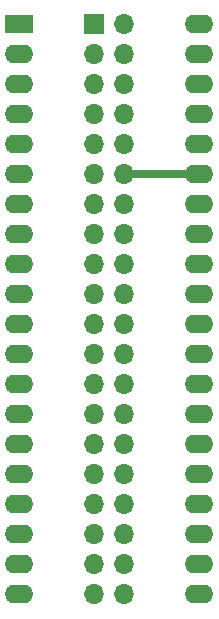
<source format=gbl>
G04 #@! TF.GenerationSoftware,KiCad,Pcbnew,6.0.2+dfsg-1*
G04 #@! TF.CreationDate,2025-08-24T00:36:07+02:00*
G04 #@! TF.ProjectId,DIP40-TO-2x20,44495034-302d-4544-9f2d-327832302e6b,rev?*
G04 #@! TF.SameCoordinates,Original*
G04 #@! TF.FileFunction,Copper,L2,Bot*
G04 #@! TF.FilePolarity,Positive*
%FSLAX46Y46*%
G04 Gerber Fmt 4.6, Leading zero omitted, Abs format (unit mm)*
G04 Created by KiCad (PCBNEW 6.0.2+dfsg-1) date 2025-08-24 00:36:07*
%MOMM*%
%LPD*%
G01*
G04 APERTURE LIST*
G04 #@! TA.AperFunction,ComponentPad*
%ADD10R,1.700000X1.700000*%
G04 #@! TD*
G04 #@! TA.AperFunction,ComponentPad*
%ADD11O,1.700000X1.700000*%
G04 #@! TD*
G04 #@! TA.AperFunction,ComponentPad*
%ADD12R,2.400000X1.600000*%
G04 #@! TD*
G04 #@! TA.AperFunction,ComponentPad*
%ADD13O,2.400000X1.600000*%
G04 #@! TD*
G04 #@! TA.AperFunction,Conductor*
%ADD14C,0.635000*%
G04 #@! TD*
G04 APERTURE END LIST*
D10*
X39365000Y-25400000D03*
D11*
X41905000Y-25400000D03*
X39365000Y-27940000D03*
X41905000Y-27940000D03*
X39365000Y-30480000D03*
X41905000Y-30480000D03*
X39365000Y-33020000D03*
X41905000Y-33020000D03*
X39365000Y-35560000D03*
X41905000Y-35560000D03*
X39365000Y-38100000D03*
X41905000Y-38100000D03*
X39365000Y-40640000D03*
X41905000Y-40640000D03*
X39365000Y-43180000D03*
X41905000Y-43180000D03*
X39365000Y-45720000D03*
X41905000Y-45720000D03*
X39365000Y-48260000D03*
X41905000Y-48260000D03*
X39365000Y-50800000D03*
X41905000Y-50800000D03*
X39365000Y-53340000D03*
X41905000Y-53340000D03*
X39365000Y-55880000D03*
X41905000Y-55880000D03*
X39365000Y-58420000D03*
X41905000Y-58420000D03*
X39365000Y-60960000D03*
X41905000Y-60960000D03*
X39365000Y-63500000D03*
X41905000Y-63500000D03*
X39365000Y-66040000D03*
X41905000Y-66040000D03*
X39365000Y-68580000D03*
X41905000Y-68580000D03*
X39365000Y-71120000D03*
X41905000Y-71120000D03*
X39365000Y-73660000D03*
X41905000Y-73660000D03*
D12*
X33015000Y-25400000D03*
D13*
X33015000Y-27940000D03*
X33015000Y-30480000D03*
X33015000Y-33020000D03*
X33015000Y-35560000D03*
X33015000Y-38100000D03*
X33015000Y-40640000D03*
X33015000Y-43180000D03*
X33015000Y-45720000D03*
X33015000Y-48260000D03*
X33015000Y-50800000D03*
X33015000Y-53340000D03*
X33015000Y-55880000D03*
X33015000Y-58420000D03*
X33015000Y-60960000D03*
X33015000Y-63500000D03*
X33015000Y-66040000D03*
X33015000Y-68580000D03*
X33015000Y-71120000D03*
X33015000Y-73660000D03*
X48255000Y-73660000D03*
X48255000Y-71120000D03*
X48255000Y-68580000D03*
X48255000Y-66040000D03*
X48255000Y-63500000D03*
X48255000Y-60960000D03*
X48255000Y-58420000D03*
X48255000Y-55880000D03*
X48255000Y-53340000D03*
X48255000Y-50800000D03*
X48255000Y-48260000D03*
X48255000Y-45720000D03*
X48255000Y-43180000D03*
X48255000Y-40640000D03*
X48255000Y-38100000D03*
X48255000Y-35560000D03*
X48255000Y-33020000D03*
X48255000Y-30480000D03*
X48255000Y-27940000D03*
X48255000Y-25400000D03*
D14*
X41905000Y-38100000D02*
X48255000Y-38100000D01*
M02*

</source>
